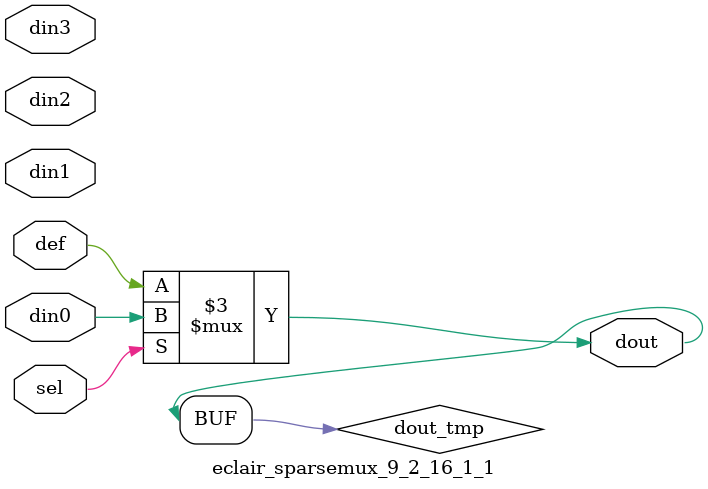
<source format=v>
`timescale 1ns / 1ps

module eclair_sparsemux_9_2_16_1_1 (din0,din1,din2,din3,def,sel,dout);

parameter din0_WIDTH = 1;

parameter din1_WIDTH = 1;

parameter din2_WIDTH = 1;

parameter din3_WIDTH = 1;

parameter def_WIDTH = 1;
parameter sel_WIDTH = 1;
parameter dout_WIDTH = 1;

parameter [sel_WIDTH-1:0] CASE0 = 1;

parameter [sel_WIDTH-1:0] CASE1 = 1;

parameter [sel_WIDTH-1:0] CASE2 = 1;

parameter [sel_WIDTH-1:0] CASE3 = 1;

parameter ID = 1;
parameter NUM_STAGE = 1;



input [din0_WIDTH-1:0] din0;

input [din1_WIDTH-1:0] din1;

input [din2_WIDTH-1:0] din2;

input [din3_WIDTH-1:0] din3;

input [def_WIDTH-1:0] def;
input [sel_WIDTH-1:0] sel;

output [dout_WIDTH-1:0] dout;



reg [dout_WIDTH-1:0] dout_tmp;


always @ (*) begin
(* parallel_case *) case (sel)
    
    CASE0 : dout_tmp = din0;
    
    CASE1 : dout_tmp = din1;
    
    CASE2 : dout_tmp = din2;
    
    CASE3 : dout_tmp = din3;
    
    default : dout_tmp = def;
endcase
end


assign dout = dout_tmp;



endmodule

</source>
